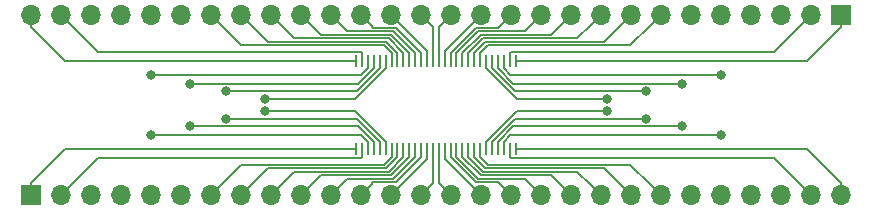
<source format=gbr>
G04 #@! TF.GenerationSoftware,KiCad,Pcbnew,(5.1.4)-1*
G04 #@! TF.CreationDate,2019-11-16T17:38:58+00:00*
G04 #@! TF.ProjectId,io-breakout,696f2d62-7265-4616-9b6f-75742e6b6963,rev?*
G04 #@! TF.SameCoordinates,Original*
G04 #@! TF.FileFunction,Copper,L1,Top*
G04 #@! TF.FilePolarity,Positive*
%FSLAX46Y46*%
G04 Gerber Fmt 4.6, Leading zero omitted, Abs format (unit mm)*
G04 Created by KiCad (PCBNEW (5.1.4)-1) date 2019-11-16 17:38:58*
%MOMM*%
%LPD*%
G04 APERTURE LIST*
%ADD10R,0.285000X1.000000*%
%ADD11O,1.700000X1.700000*%
%ADD12R,1.700000X1.700000*%
%ADD13C,0.800000*%
%ADD14C,0.150000*%
G04 APERTURE END LIST*
D10*
X131680000Y-57210000D03*
X132180000Y-57210000D03*
X132680000Y-57210000D03*
X133180000Y-57210000D03*
X133680000Y-57210000D03*
X134180000Y-57210000D03*
X134680000Y-57210000D03*
X135180000Y-57210000D03*
X135680000Y-57210000D03*
X136180000Y-57210000D03*
X136680000Y-57210000D03*
X137180000Y-57210000D03*
X137680000Y-57210000D03*
X138180000Y-57210000D03*
X138680000Y-57210000D03*
X139180000Y-57210000D03*
X139680000Y-57210000D03*
X140180000Y-57210000D03*
X140680000Y-57210000D03*
X141180000Y-57210000D03*
X141680000Y-57210000D03*
X142180000Y-57210000D03*
X142680000Y-57210000D03*
X143180000Y-57210000D03*
X143680000Y-57210000D03*
X144180000Y-57210000D03*
X144680000Y-57210000D03*
X145180000Y-57210000D03*
X145180000Y-64710000D03*
X144680000Y-64710000D03*
X144180000Y-64710000D03*
X143680000Y-64710000D03*
X143180000Y-64710000D03*
X142680000Y-64710000D03*
X142180000Y-64710000D03*
X141680000Y-64710000D03*
X141180000Y-64710000D03*
X140680000Y-64710000D03*
X140180000Y-64710000D03*
X139680000Y-64710000D03*
X139180000Y-64710000D03*
X138680000Y-64710000D03*
X138180000Y-64710000D03*
X137680000Y-64710000D03*
X137180000Y-64710000D03*
X136680000Y-64710000D03*
X136180000Y-64710000D03*
X135680000Y-64710000D03*
X135180000Y-64710000D03*
X134680000Y-64710000D03*
X134180000Y-64710000D03*
X133680000Y-64710000D03*
X133180000Y-64710000D03*
X132680000Y-64710000D03*
X132180000Y-64710000D03*
X131680000Y-64710000D03*
D11*
X104140000Y-53340000D03*
X106680000Y-53340000D03*
X109220000Y-53340000D03*
X111760000Y-53340000D03*
X114300000Y-53340000D03*
X116840000Y-53340000D03*
X119380000Y-53340000D03*
X121920000Y-53340000D03*
X124460000Y-53340000D03*
X127000000Y-53340000D03*
X129540000Y-53340000D03*
X132080000Y-53340000D03*
X134620000Y-53340000D03*
X137160000Y-53340000D03*
X139700000Y-53340000D03*
X142240000Y-53340000D03*
X144780000Y-53340000D03*
X147320000Y-53340000D03*
X149860000Y-53340000D03*
X152400000Y-53340000D03*
X154940000Y-53340000D03*
X157480000Y-53340000D03*
X160020000Y-53340000D03*
X162560000Y-53340000D03*
X165100000Y-53340000D03*
X167640000Y-53340000D03*
X170180000Y-53340000D03*
D12*
X172720000Y-53340000D03*
D11*
X172720000Y-68580000D03*
X170180000Y-68580000D03*
X167640000Y-68580000D03*
X165100000Y-68580000D03*
X162560000Y-68580000D03*
X160020000Y-68580000D03*
X157480000Y-68580000D03*
X154940000Y-68580000D03*
X152400000Y-68580000D03*
X149860000Y-68580000D03*
X147320000Y-68580000D03*
X144780000Y-68580000D03*
X142240000Y-68580000D03*
X139700000Y-68580000D03*
X137160000Y-68580000D03*
X134620000Y-68580000D03*
X132080000Y-68580000D03*
X129540000Y-68580000D03*
X127000000Y-68580000D03*
X124460000Y-68580000D03*
X121920000Y-68580000D03*
X119380000Y-68580000D03*
X116840000Y-68580000D03*
X114300000Y-68580000D03*
X111760000Y-68580000D03*
X109220000Y-68580000D03*
X106680000Y-68580000D03*
D12*
X104140000Y-68580000D03*
D13*
X162559992Y-63500008D03*
X159258000Y-62738012D03*
X156210000Y-62113012D03*
X152908000Y-61468000D03*
X123952000Y-61468000D03*
X120650000Y-62113012D03*
X117602000Y-62738012D03*
X114300008Y-63500008D03*
X114300008Y-58419992D03*
X117602000Y-59181988D03*
X120650000Y-59806988D03*
X123952000Y-60452000D03*
X152908000Y-60452000D03*
X156210000Y-59806988D03*
X159258000Y-59181988D03*
X162559992Y-58419992D03*
D14*
X172720000Y-67580000D02*
X172720000Y-68580000D01*
X145180000Y-64710000D02*
X169850000Y-64710000D01*
X169850000Y-64710000D02*
X172720000Y-67580000D01*
X170180000Y-68580000D02*
X167035001Y-65435001D01*
X144680000Y-65360000D02*
X144680000Y-64710000D01*
X167035001Y-65435001D02*
X144755001Y-65435001D01*
X144755001Y-65435001D02*
X144680000Y-65360000D01*
X144739992Y-63500008D02*
X161994307Y-63500008D01*
X144180000Y-64060000D02*
X144739992Y-63500008D01*
X162560000Y-63500000D02*
X162559992Y-63500008D01*
X161994307Y-63500008D02*
X162559992Y-63500008D01*
X144180000Y-64710000D02*
X144180000Y-64060000D01*
X159258012Y-62738012D02*
X159258000Y-62738012D01*
X158692315Y-62738012D02*
X159258000Y-62738012D01*
X143680000Y-64060000D02*
X145001988Y-62738012D01*
X145001988Y-62738012D02*
X158692315Y-62738012D01*
X143680000Y-64710000D02*
X143680000Y-64060000D01*
X145126988Y-62113012D02*
X156210000Y-62113012D01*
X162560000Y-68463012D02*
X162560000Y-68580000D01*
X143180000Y-64060000D02*
X145126988Y-62113012D01*
X143180000Y-64710000D02*
X143180000Y-64060000D01*
X142680000Y-64060000D02*
X142680000Y-64710000D01*
X152908000Y-61468000D02*
X145272000Y-61468000D01*
X145272000Y-61468000D02*
X142680000Y-64060000D01*
X142824949Y-66004949D02*
X154904949Y-66004949D01*
X142180000Y-65360000D02*
X142824949Y-66004949D01*
X142180000Y-64710000D02*
X142180000Y-65360000D01*
X154904949Y-66004949D02*
X156630001Y-67730001D01*
X156630001Y-67730001D02*
X157480000Y-68580000D01*
X154090001Y-67730001D02*
X154940000Y-68580000D01*
X152664959Y-66304959D02*
X154090001Y-67730001D01*
X141680000Y-64710000D02*
X141680000Y-65360000D01*
X142624959Y-66304959D02*
X152664959Y-66304959D01*
X141680000Y-65360000D02*
X142624959Y-66304959D01*
X141180000Y-65360000D02*
X142424969Y-66604969D01*
X141180000Y-64710000D02*
X141180000Y-65360000D01*
X151550001Y-67730001D02*
X152400000Y-68580000D01*
X150424969Y-66604969D02*
X151550001Y-67730001D01*
X142424969Y-66604969D02*
X150424969Y-66604969D01*
X149010001Y-67730001D02*
X149860000Y-68580000D01*
X140680000Y-65360000D02*
X142224979Y-66904979D01*
X142224979Y-66904979D02*
X148184979Y-66904979D01*
X148184979Y-66904979D02*
X149010001Y-67730001D01*
X140680000Y-64710000D02*
X140680000Y-65360000D01*
X140180000Y-65360000D02*
X142024989Y-67204989D01*
X140180000Y-64710000D02*
X140180000Y-65360000D01*
X145944989Y-67204989D02*
X146470001Y-67730001D01*
X146470001Y-67730001D02*
X147320000Y-68580000D01*
X142024989Y-67204989D02*
X145944989Y-67204989D01*
X139680000Y-64710000D02*
X139680000Y-65360000D01*
X139680000Y-65360000D02*
X141824999Y-67504999D01*
X143930001Y-67730001D02*
X144780000Y-68580000D01*
X143704999Y-67504999D02*
X143930001Y-67730001D01*
X141824999Y-67504999D02*
X143704999Y-67504999D01*
X139180000Y-64710000D02*
X139180000Y-65520000D01*
X139180000Y-65520000D02*
X141390001Y-67730001D01*
X141390001Y-67730001D02*
X142240000Y-68580000D01*
X138680000Y-67560000D02*
X139700000Y-68580000D01*
X138680000Y-64710000D02*
X138680000Y-67560000D01*
X138180000Y-67560000D02*
X137160000Y-68580000D01*
X138180000Y-64710000D02*
X138180000Y-67560000D01*
X137680000Y-64710000D02*
X137680000Y-65520000D01*
X137680000Y-65520000D02*
X135469999Y-67730001D01*
X135469999Y-67730001D02*
X134620000Y-68580000D01*
X137180000Y-64710000D02*
X137180000Y-65360000D01*
X137180000Y-65360000D02*
X135035001Y-67504999D01*
X132929999Y-67730001D02*
X132080000Y-68580000D01*
X133155001Y-67504999D02*
X132929999Y-67730001D01*
X135035001Y-67504999D02*
X133155001Y-67504999D01*
X136680000Y-65360000D02*
X134835011Y-67204989D01*
X136680000Y-64710000D02*
X136680000Y-65360000D01*
X130915011Y-67204989D02*
X130389999Y-67730001D01*
X130389999Y-67730001D02*
X129540000Y-68580000D01*
X134835011Y-67204989D02*
X130915011Y-67204989D01*
X127849999Y-67730001D02*
X127000000Y-68580000D01*
X136180000Y-65360000D02*
X134635021Y-66904979D01*
X134635021Y-66904979D02*
X128675021Y-66904979D01*
X128675021Y-66904979D02*
X127849999Y-67730001D01*
X136180000Y-64710000D02*
X136180000Y-65360000D01*
X135680000Y-65360000D02*
X134435031Y-66604969D01*
X135680000Y-64710000D02*
X135680000Y-65360000D01*
X125309999Y-67730001D02*
X124460000Y-68580000D01*
X126435031Y-66604969D02*
X125309999Y-67730001D01*
X134435031Y-66604969D02*
X126435031Y-66604969D01*
X122769999Y-67730001D02*
X121920000Y-68580000D01*
X124195041Y-66304959D02*
X122769999Y-67730001D01*
X135180000Y-64710000D02*
X135180000Y-65360000D01*
X134235041Y-66304959D02*
X124195041Y-66304959D01*
X135180000Y-65360000D02*
X134235041Y-66304959D01*
X134035051Y-66004949D02*
X121955051Y-66004949D01*
X134680000Y-65360000D02*
X134035051Y-66004949D01*
X134680000Y-64710000D02*
X134680000Y-65360000D01*
X121955051Y-66004949D02*
X120229999Y-67730001D01*
X120229999Y-67730001D02*
X119380000Y-68580000D01*
X134180000Y-64060000D02*
X134180000Y-64710000D01*
X123952000Y-61468000D02*
X131588000Y-61468000D01*
X131588000Y-61468000D02*
X134180000Y-64060000D01*
X131733012Y-62113012D02*
X120650000Y-62113012D01*
X133680000Y-64060000D02*
X131733012Y-62113012D01*
X133680000Y-64710000D02*
X133680000Y-64060000D01*
X118167685Y-62738012D02*
X117602000Y-62738012D01*
X133180000Y-64060000D02*
X131858012Y-62738012D01*
X131858012Y-62738012D02*
X118167685Y-62738012D01*
X133180000Y-64710000D02*
X133180000Y-64060000D01*
X132120008Y-63500008D02*
X114865693Y-63500008D01*
X132680000Y-64060000D02*
X132120008Y-63500008D01*
X114865693Y-63500008D02*
X114300008Y-63500008D01*
X132680000Y-64710000D02*
X132680000Y-64060000D01*
X106680000Y-68580000D02*
X109824999Y-65435001D01*
X132180000Y-65360000D02*
X132180000Y-64710000D01*
X109824999Y-65435001D02*
X132104999Y-65435001D01*
X132104999Y-65435001D02*
X132180000Y-65360000D01*
X104140000Y-67580000D02*
X104140000Y-68580000D01*
X131680000Y-64710000D02*
X107010000Y-64710000D01*
X107010000Y-64710000D02*
X104140000Y-67580000D01*
X104140000Y-54340000D02*
X104140000Y-53340000D01*
X131680000Y-57210000D02*
X107010000Y-57210000D01*
X107010000Y-57210000D02*
X104140000Y-54340000D01*
X106680000Y-53340000D02*
X109824999Y-56484999D01*
X109824999Y-56484999D02*
X132104999Y-56484999D01*
X132180000Y-56560000D02*
X132180000Y-57210000D01*
X132104999Y-56484999D02*
X132180000Y-56560000D01*
X114300000Y-58420000D02*
X114300008Y-58419992D01*
X114865693Y-58419992D02*
X114300008Y-58419992D01*
X132680000Y-57210000D02*
X132680000Y-57860000D01*
X132120008Y-58419992D02*
X114865693Y-58419992D01*
X132680000Y-57860000D02*
X132120008Y-58419992D01*
X118167685Y-59181988D02*
X117602000Y-59181988D01*
X133180000Y-57860000D02*
X131858012Y-59181988D01*
X117601988Y-59181988D02*
X117602000Y-59181988D01*
X133180000Y-57210000D02*
X133180000Y-57860000D01*
X131858012Y-59181988D02*
X118167685Y-59181988D01*
X114300000Y-53456988D02*
X114300000Y-53340000D01*
X133680000Y-57210000D02*
X133680000Y-57860000D01*
X133680000Y-57860000D02*
X131733012Y-59806988D01*
X131733012Y-59806988D02*
X120650000Y-59806988D01*
X123952000Y-60452000D02*
X131588000Y-60452000D01*
X134180000Y-57860000D02*
X134180000Y-57210000D01*
X131588000Y-60452000D02*
X134180000Y-57860000D01*
X134035051Y-55915051D02*
X121955051Y-55915051D01*
X120229999Y-54189999D02*
X119380000Y-53340000D01*
X134680000Y-57210000D02*
X134680000Y-56560000D01*
X134680000Y-56560000D02*
X134035051Y-55915051D01*
X121955051Y-55915051D02*
X120229999Y-54189999D01*
X122769999Y-54189999D02*
X121920000Y-53340000D01*
X124195041Y-55615041D02*
X122769999Y-54189999D01*
X135180000Y-56560000D02*
X134235041Y-55615041D01*
X135180000Y-57210000D02*
X135180000Y-56560000D01*
X134235041Y-55615041D02*
X124195041Y-55615041D01*
X135680000Y-57210000D02*
X135680000Y-56560000D01*
X125309999Y-54189999D02*
X124460000Y-53340000D01*
X135680000Y-56560000D02*
X134435031Y-55315031D01*
X134435031Y-55315031D02*
X126435031Y-55315031D01*
X126435031Y-55315031D02*
X125309999Y-54189999D01*
X136180000Y-56560000D02*
X134635021Y-55015021D01*
X134635021Y-55015021D02*
X128675021Y-55015021D01*
X136180000Y-57210000D02*
X136180000Y-56560000D01*
X127849999Y-54189999D02*
X127000000Y-53340000D01*
X128675021Y-55015021D02*
X127849999Y-54189999D01*
X130915011Y-54715011D02*
X130389999Y-54189999D01*
X136680000Y-56560000D02*
X134835011Y-54715011D01*
X136680000Y-57210000D02*
X136680000Y-56560000D01*
X134835011Y-54715011D02*
X130915011Y-54715011D01*
X130389999Y-54189999D02*
X129540000Y-53340000D01*
X133155001Y-54415001D02*
X132929999Y-54189999D01*
X132929999Y-54189999D02*
X132080000Y-53340000D01*
X137180000Y-57210000D02*
X137180000Y-56560000D01*
X135035001Y-54415001D02*
X133155001Y-54415001D01*
X137180000Y-56560000D02*
X135035001Y-54415001D01*
X137680000Y-57210000D02*
X137680000Y-56400000D01*
X135469999Y-54189999D02*
X134620000Y-53340000D01*
X137680000Y-56400000D02*
X135469999Y-54189999D01*
X138180000Y-54360000D02*
X137160000Y-53340000D01*
X138180000Y-57210000D02*
X138180000Y-54360000D01*
X138680000Y-54360000D02*
X139700000Y-53340000D01*
X138680000Y-57210000D02*
X138680000Y-54360000D01*
X139180000Y-57210000D02*
X139180000Y-56400000D01*
X141390001Y-54189999D02*
X142240000Y-53340000D01*
X139180000Y-56400000D02*
X141390001Y-54189999D01*
X143930001Y-54189999D02*
X144780000Y-53340000D01*
X143704999Y-54415001D02*
X143930001Y-54189999D01*
X141824999Y-54415001D02*
X143704999Y-54415001D01*
X139680000Y-56560000D02*
X141824999Y-54415001D01*
X139680000Y-57210000D02*
X139680000Y-56560000D01*
X146470001Y-54189999D02*
X147320000Y-53340000D01*
X145944989Y-54715011D02*
X146470001Y-54189999D01*
X142024989Y-54715011D02*
X145944989Y-54715011D01*
X140180000Y-56560000D02*
X142024989Y-54715011D01*
X140180000Y-57210000D02*
X140180000Y-56560000D01*
X149010001Y-54189999D02*
X149860000Y-53340000D01*
X148184979Y-55015021D02*
X149010001Y-54189999D01*
X142224979Y-55015021D02*
X148184979Y-55015021D01*
X140680000Y-56560000D02*
X142224979Y-55015021D01*
X140680000Y-57210000D02*
X140680000Y-56560000D01*
X151550001Y-54189999D02*
X152400000Y-53340000D01*
X150424969Y-55315031D02*
X151550001Y-54189999D01*
X142424969Y-55315031D02*
X150424969Y-55315031D01*
X141180000Y-56560000D02*
X142424969Y-55315031D01*
X141180000Y-57210000D02*
X141180000Y-56560000D01*
X154090001Y-54189999D02*
X154940000Y-53340000D01*
X152664959Y-55615041D02*
X154090001Y-54189999D01*
X142624959Y-55615041D02*
X152664959Y-55615041D01*
X141680000Y-56560000D02*
X142624959Y-55615041D01*
X141680000Y-57210000D02*
X141680000Y-56560000D01*
X156630001Y-54189999D02*
X157480000Y-53340000D01*
X154904949Y-55915051D02*
X156630001Y-54189999D01*
X142824949Y-55915051D02*
X154904949Y-55915051D01*
X142180000Y-56560000D02*
X142824949Y-55915051D01*
X142180000Y-57210000D02*
X142180000Y-56560000D01*
X142680000Y-57860000D02*
X142680000Y-57210000D01*
X145272000Y-60452000D02*
X142680000Y-57860000D01*
X152908000Y-60452000D02*
X145272000Y-60452000D01*
X145126988Y-59806988D02*
X156210000Y-59806988D01*
X143180000Y-57210000D02*
X143180000Y-57860000D01*
X143180000Y-57860000D02*
X145126988Y-59806988D01*
X158692315Y-59181988D02*
X159258000Y-59181988D01*
X145001988Y-59181988D02*
X158692315Y-59181988D01*
X143680000Y-57860000D02*
X145001988Y-59181988D01*
X143680000Y-57210000D02*
X143680000Y-57860000D01*
X144739992Y-58419992D02*
X161994307Y-58419992D01*
X161994307Y-58419992D02*
X162559992Y-58419992D01*
X144180000Y-57860000D02*
X144739992Y-58419992D01*
X144180000Y-57210000D02*
X144180000Y-57860000D01*
X167035001Y-56484999D02*
X144755001Y-56484999D01*
X144755001Y-56484999D02*
X144680000Y-56560000D01*
X170180000Y-53340000D02*
X167035001Y-56484999D01*
X144680000Y-56560000D02*
X144680000Y-57210000D01*
X169850000Y-57210000D02*
X172720000Y-54340000D01*
X172720000Y-54340000D02*
X172720000Y-53340000D01*
X145180000Y-57210000D02*
X169850000Y-57210000D01*
M02*

</source>
